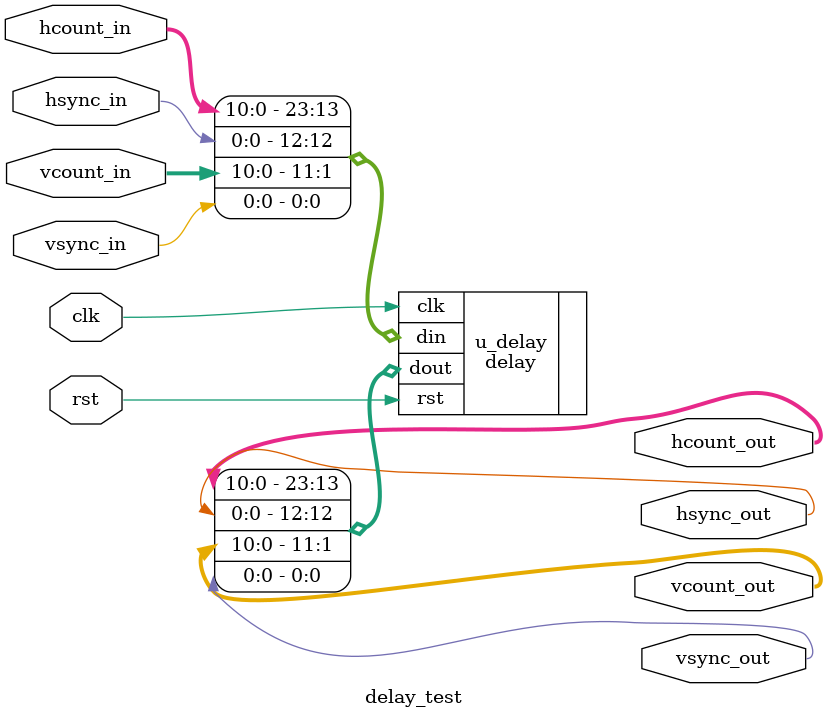
<source format=v>
module delay_test(
        input  wire        clk,
        input  wire        rst,

        input  wire [10:0] hcount_in,
        input  wire [10:0] vcount_in,
        input  wire        vsync_in,
        input  wire        hsync_in,

        output wire [10:0] hcount_out,
        output wire [10:0] vcount_out,
        output wire        vsync_out,
        output wire        hsync_out
    );

    delay #(
        .WIDTH (24),
        .CLK_DEL(4)
    ) u_delay (
        .clk (clk),
        .rst (rst),
        .din ( {hcount_in, hsync_in, vcount_in, vsync_in}),
        .dout ({hcount_out, hsync_out, vcount_out, vsync_out})
    );

endmodule

</source>
